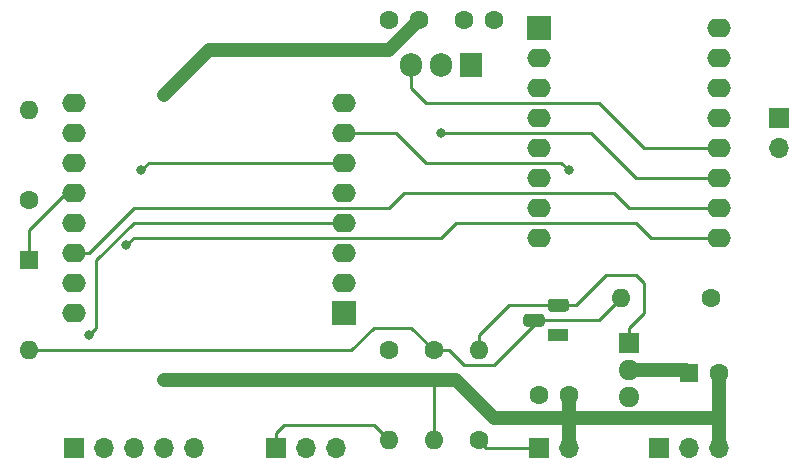
<source format=gbr>
%TF.GenerationSoftware,KiCad,Pcbnew,(5.1.6-0-10_14)*%
%TF.CreationDate,2020-07-19T18:00:59+02:00*%
%TF.ProjectId,UselessV3,5573656c-6573-4735-9633-2e6b69636164,rev?*%
%TF.SameCoordinates,Original*%
%TF.FileFunction,Copper,L2,Bot*%
%TF.FilePolarity,Positive*%
%FSLAX46Y46*%
G04 Gerber Fmt 4.6, Leading zero omitted, Abs format (unit mm)*
G04 Created by KiCad (PCBNEW (5.1.6-0-10_14)) date 2020-07-19 18:00:59*
%MOMM*%
%LPD*%
G01*
G04 APERTURE LIST*
%TA.AperFunction,ComponentPad*%
%ADD10O,2.000000X1.600000*%
%TD*%
%TA.AperFunction,ComponentPad*%
%ADD11R,2.000000X2.000000*%
%TD*%
%TA.AperFunction,ComponentPad*%
%ADD12C,1.600000*%
%TD*%
%TA.AperFunction,ComponentPad*%
%ADD13O,1.600000X1.600000*%
%TD*%
%TA.AperFunction,ComponentPad*%
%ADD14O,1.700000X1.700000*%
%TD*%
%TA.AperFunction,ComponentPad*%
%ADD15R,1.700000X1.700000*%
%TD*%
%TA.AperFunction,ComponentPad*%
%ADD16O,1.905000X2.000000*%
%TD*%
%TA.AperFunction,ComponentPad*%
%ADD17R,1.905000X2.000000*%
%TD*%
%TA.AperFunction,ComponentPad*%
%ADD18R,1.800000X1.100000*%
%TD*%
%TA.AperFunction,ComponentPad*%
%ADD19O,1.800000X1.717500*%
%TD*%
%TA.AperFunction,ComponentPad*%
%ADD20R,1.800000X1.717500*%
%TD*%
%TA.AperFunction,ComponentPad*%
%ADD21R,1.600000X1.600000*%
%TD*%
%TA.AperFunction,ViaPad*%
%ADD22C,1.200000*%
%TD*%
%TA.AperFunction,ViaPad*%
%ADD23C,0.800000*%
%TD*%
%TA.AperFunction,Conductor*%
%ADD24C,1.200000*%
%TD*%
%TA.AperFunction,Conductor*%
%ADD25C,0.250000*%
%TD*%
G04 APERTURE END LIST*
D10*
%TO.P,U2,16*%
%TO.N,Net-(U2-Pad16)*%
X123060000Y-97985000D03*
%TO.P,U2,15*%
%TO.N,Net-(U2-Pad15)*%
X123060000Y-95445000D03*
%TO.P,U2,14*%
%TO.N,Net-(U2-Pad14)*%
X123060000Y-92905000D03*
%TO.P,U2,13*%
%TO.N,Net-(J4-Pad2)*%
X123060000Y-90365000D03*
%TO.P,U2,12*%
%TO.N,N_POWER_OFF*%
X123060000Y-87825000D03*
%TO.P,U2,11*%
%TO.N,Net-(U2-Pad11)*%
X123060000Y-85285000D03*
%TO.P,U2,10*%
%TO.N,GND*%
X123060000Y-82745000D03*
%TO.P,U2,9*%
%TO.N,+5V*%
X123060000Y-80205000D03*
%TO.P,U2,8*%
%TO.N,+3V3*%
X145920000Y-80205000D03*
%TO.P,U2,7*%
%TO.N,Net-(J3-Pad1)*%
X145920000Y-82745000D03*
%TO.P,U2,6*%
%TO.N,Net-(J4-Pad3)*%
X145920000Y-85285000D03*
%TO.P,U2,5*%
%TO.N,Net-(U2-Pad5)*%
X145920000Y-87825000D03*
%TO.P,U2,4*%
%TO.N,Net-(J4-Pad1)*%
X145920000Y-90365000D03*
%TO.P,U2,3*%
%TO.N,Net-(J2-Pad1)*%
X145920000Y-92905000D03*
D11*
%TO.P,U2,1*%
%TO.N,Net-(U2-Pad1)*%
X145920000Y-97985000D03*
D10*
%TO.P,U2,2*%
%TO.N,Net-(U2-Pad2)*%
X145920000Y-95445000D03*
%TD*%
D12*
%TO.P,C3,2*%
%TO.N,GND*%
X152270000Y-73220000D03*
%TO.P,C3,1*%
%TO.N,+5V*%
X149770000Y-73220000D03*
%TD*%
%TO.P,C2,2*%
%TO.N,GND*%
X156120000Y-73220000D03*
%TO.P,C2,1*%
%TO.N,+6V*%
X158620000Y-73220000D03*
%TD*%
%TO.P,C1,2*%
%TO.N,GND*%
X164970000Y-104970000D03*
%TO.P,C1,1*%
%TO.N,Net-(C1-Pad1)*%
X162470000Y-104970000D03*
%TD*%
D13*
%TO.P,R5,2*%
%TO.N,GND*%
X119250000Y-80840000D03*
D12*
%TO.P,R5,1*%
%TO.N,Net-(J4-Pad2)*%
X119250000Y-88460000D03*
%TD*%
D13*
%TO.P,R4,2*%
%TO.N,Net-(J2-Pad1)*%
X149730000Y-108780000D03*
D12*
%TO.P,R4,1*%
%TO.N,+3V3*%
X149730000Y-101160000D03*
%TD*%
D13*
%TO.P,R3,2*%
%TO.N,GND*%
X153540000Y-108780000D03*
D12*
%TO.P,R3,1*%
%TO.N,Net-(D1-Pad2)*%
X153540000Y-101160000D03*
%TD*%
D13*
%TO.P,R2,2*%
%TO.N,Net-(D1-Pad2)*%
X169415000Y-96715000D03*
D12*
%TO.P,R2,1*%
%TO.N,+6V*%
X177035000Y-96715000D03*
%TD*%
D13*
%TO.P,R1,2*%
%TO.N,N_POWER_ON*%
X157350000Y-101160000D03*
D12*
%TO.P,R1,1*%
%TO.N,Net-(C1-Pad1)*%
X157350000Y-108780000D03*
%TD*%
D14*
%TO.P,J5,2*%
%TO.N,Net-(J5-Pad2)*%
X182750000Y-84015000D03*
D15*
%TO.P,J5,1*%
%TO.N,Net-(J5-Pad1)*%
X182750000Y-81475000D03*
%TD*%
D14*
%TO.P,J2,3*%
%TO.N,N_POWER_ON*%
X145285000Y-109415000D03*
%TO.P,J2,2*%
%TO.N,GND*%
X142745000Y-109415000D03*
D15*
%TO.P,J2,1*%
%TO.N,Net-(J2-Pad1)*%
X140205000Y-109415000D03*
%TD*%
D14*
%TO.P,J1,2*%
%TO.N,GND*%
X164970000Y-109415000D03*
D15*
%TO.P,J1,1*%
%TO.N,Net-(C1-Pad1)*%
X162430000Y-109415000D03*
%TD*%
D10*
%TO.P,U3,16*%
%TO.N,Net-(J5-Pad1)*%
X177670000Y-73855000D03*
%TO.P,U3,15*%
%TO.N,Net-(J5-Pad2)*%
X177670000Y-76395000D03*
%TO.P,U3,14*%
%TO.N,Net-(U3-Pad14)*%
X177670000Y-78935000D03*
%TO.P,U3,13*%
%TO.N,Net-(U3-Pad13)*%
X177670000Y-81475000D03*
%TO.P,U3,12*%
%TO.N,+5V*%
X177670000Y-84015000D03*
%TO.P,U3,11*%
%TO.N,GND*%
X177670000Y-86555000D03*
%TO.P,U3,10*%
%TO.N,Net-(U2-Pad14)*%
X177670000Y-89095000D03*
%TO.P,U3,9*%
%TO.N,Net-(U2-Pad11)*%
X177670000Y-91635000D03*
%TO.P,U3,8*%
%TO.N,Net-(U3-Pad8)*%
X162430000Y-91635000D03*
%TO.P,U3,7*%
%TO.N,Net-(U3-Pad7)*%
X162430000Y-89095000D03*
%TO.P,U3,6*%
%TO.N,Net-(U3-Pad6)*%
X162430000Y-86555000D03*
%TO.P,U3,5*%
%TO.N,Net-(U3-Pad5)*%
X162430000Y-84015000D03*
%TO.P,U3,4*%
%TO.N,Net-(U3-Pad4)*%
X162430000Y-81475000D03*
%TO.P,U3,3*%
%TO.N,Net-(U3-Pad3)*%
X162430000Y-78935000D03*
D11*
%TO.P,U3,1*%
%TO.N,Net-(U3-Pad1)*%
X162430000Y-73855000D03*
D10*
%TO.P,U3,2*%
%TO.N,Net-(U3-Pad2)*%
X162430000Y-76395000D03*
%TD*%
D16*
%TO.P,U1,3*%
%TO.N,+5V*%
X151635000Y-77030000D03*
%TO.P,U1,2*%
%TO.N,GND*%
X154175000Y-77030000D03*
D17*
%TO.P,U1,1*%
%TO.N,+6V*%
X156715000Y-77030000D03*
%TD*%
D18*
%TO.P,Q2,1*%
%TO.N,GND*%
X164100000Y-99890000D03*
%TO.P,Q2,3*%
%TO.N,N_POWER_ON*%
%TA.AperFunction,ComponentPad*%
G36*
G01*
X164725000Y-97900000D02*
X163475000Y-97900000D01*
G75*
G02*
X163200000Y-97625000I0J275000D01*
G01*
X163200000Y-97075000D01*
G75*
G02*
X163475000Y-96800000I275000J0D01*
G01*
X164725000Y-96800000D01*
G75*
G02*
X165000000Y-97075000I0J-275000D01*
G01*
X165000000Y-97625000D01*
G75*
G02*
X164725000Y-97900000I-275000J0D01*
G01*
G37*
%TD.AperFunction*%
%TO.P,Q2,2*%
%TO.N,Net-(D1-Pad2)*%
%TA.AperFunction,ComponentPad*%
G36*
G01*
X162655000Y-99170000D02*
X161405000Y-99170000D01*
G75*
G02*
X161130000Y-98895000I0J275000D01*
G01*
X161130000Y-98345000D01*
G75*
G02*
X161405000Y-98070000I275000J0D01*
G01*
X162655000Y-98070000D01*
G75*
G02*
X162930000Y-98345000I0J-275000D01*
G01*
X162930000Y-98895000D01*
G75*
G02*
X162655000Y-99170000I-275000J0D01*
G01*
G37*
%TD.AperFunction*%
%TD*%
D19*
%TO.P,Q1,3*%
%TO.N,Net-(C1-Pad1)*%
X170050000Y-105105000D03*
%TO.P,Q1,2*%
%TO.N,+6V*%
X170050000Y-102815000D03*
D20*
%TO.P,Q1,1*%
%TO.N,N_POWER_ON*%
X170050000Y-100525000D03*
%TD*%
D14*
%TO.P,J4,5*%
%TO.N,+5V*%
X133220000Y-109415000D03*
%TO.P,J4,4*%
%TO.N,GND*%
X130680000Y-109415000D03*
%TO.P,J4,3*%
%TO.N,Net-(J4-Pad3)*%
X128140000Y-109415000D03*
%TO.P,J4,2*%
%TO.N,Net-(J4-Pad2)*%
X125600000Y-109415000D03*
D15*
%TO.P,J4,1*%
%TO.N,Net-(J4-Pad1)*%
X123060000Y-109415000D03*
%TD*%
D14*
%TO.P,J3,3*%
%TO.N,GND*%
X177670000Y-109415000D03*
%TO.P,J3,2*%
%TO.N,+6V*%
X175130000Y-109415000D03*
D15*
%TO.P,J3,1*%
%TO.N,Net-(J3-Pad1)*%
X172590000Y-109415000D03*
%TD*%
D13*
%TO.P,D1,2*%
%TO.N,Net-(D1-Pad2)*%
X119250000Y-101160000D03*
D21*
%TO.P,D1,1*%
%TO.N,N_POWER_OFF*%
X119250000Y-93540000D03*
%TD*%
D12*
%TO.P,C4,2*%
%TO.N,GND*%
X177670000Y-103065000D03*
D21*
%TO.P,C4,1*%
%TO.N,+6V*%
X175170000Y-103065000D03*
%TD*%
D22*
%TO.N,GND*%
X130680000Y-79570000D03*
X155445000Y-103700000D03*
D23*
X154175000Y-82745000D03*
D22*
X130680000Y-103700000D03*
D23*
X142745000Y-103700000D03*
%TO.N,Net-(J3-Pad1)*%
X164970000Y-85920000D03*
%TO.N,Net-(J4-Pad3)*%
X128775000Y-85920000D03*
%TO.N,Net-(J4-Pad1)*%
X124330000Y-99890000D03*
%TO.N,Net-(U2-Pad11)*%
X127505000Y-92270000D03*
%TD*%
D24*
%TO.N,GND*%
X177670000Y-106875000D02*
X177670000Y-109415000D01*
X164970000Y-109415000D02*
X164970000Y-106875000D01*
X177670000Y-106875000D02*
X164970000Y-106875000D01*
X164970000Y-106875000D02*
X164970000Y-104970000D01*
X164970000Y-106875000D02*
X159255000Y-106875000D01*
D25*
X153540000Y-108780000D02*
X153540000Y-103700000D01*
D24*
X153540000Y-103700000D02*
X155445000Y-103700000D01*
X151635000Y-103700000D02*
X153540000Y-103700000D01*
X158620000Y-106875000D02*
X159255000Y-106875000D01*
X155445000Y-103700000D02*
X158620000Y-106875000D01*
D25*
X177670000Y-86555000D02*
X170685000Y-86555000D01*
X170685000Y-86555000D02*
X166875000Y-82745000D01*
X166875000Y-82745000D02*
X154175000Y-82745000D01*
D24*
X177670000Y-106875000D02*
X177670000Y-103065000D01*
X131950000Y-103700000D02*
X130680000Y-103700000D01*
X149730000Y-75760000D02*
X152270000Y-73220000D01*
X134490000Y-75760000D02*
X149730000Y-75760000D01*
X130680000Y-79570000D02*
X134490000Y-75760000D01*
X142745000Y-103700000D02*
X151635000Y-103700000D01*
X131950000Y-103700000D02*
X142745000Y-103700000D01*
D25*
%TO.N,Net-(C1-Pad1)*%
X157985000Y-109415000D02*
X157350000Y-108780000D01*
X162430000Y-109415000D02*
X157985000Y-109415000D01*
D24*
%TO.N,+6V*%
X174920000Y-102815000D02*
X175170000Y-103065000D01*
X170050000Y-102815000D02*
X174920000Y-102815000D01*
D25*
%TO.N,+5V*%
X177670000Y-84015000D02*
X171320000Y-84015000D01*
X171320000Y-84015000D02*
X167510000Y-80205000D01*
X167510000Y-80205000D02*
X152905000Y-80205000D01*
X151635000Y-78935000D02*
X151635000Y-77030000D01*
X152905000Y-80205000D02*
X151635000Y-78935000D01*
%TO.N,Net-(D1-Pad2)*%
X167510000Y-98620000D02*
X169415000Y-96715000D01*
X162430000Y-98620000D02*
X167510000Y-98620000D01*
X156080000Y-102430000D02*
X154810000Y-101160000D01*
X154810000Y-101160000D02*
X153540000Y-101160000D01*
X158620000Y-102430000D02*
X156080000Y-102430000D01*
X162430000Y-98620000D02*
X158620000Y-102430000D01*
X119250000Y-101160000D02*
X146555000Y-101160000D01*
X146555000Y-101160000D02*
X148460000Y-99255000D01*
X151635000Y-99255000D02*
X153540000Y-101160000D01*
X148460000Y-99255000D02*
X151635000Y-99255000D01*
%TO.N,N_POWER_OFF*%
X119250000Y-93540000D02*
X119250000Y-91000000D01*
X122425000Y-87825000D02*
X123060000Y-87825000D01*
X119250000Y-91000000D02*
X122425000Y-87825000D01*
%TO.N,N_POWER_ON*%
X157350000Y-101160000D02*
X157350000Y-99890000D01*
X159890000Y-97350000D02*
X163700000Y-97350000D01*
X157350000Y-99890000D02*
X159890000Y-97350000D01*
X170050000Y-99255000D02*
X170050000Y-100525000D01*
X171320000Y-97985000D02*
X170050000Y-99255000D01*
X171320000Y-95445000D02*
X171320000Y-97985000D01*
X170685000Y-94810000D02*
X171320000Y-95445000D01*
X165605000Y-97350000D02*
X168145000Y-94810000D01*
X168145000Y-94810000D02*
X170685000Y-94810000D01*
X163700000Y-97350000D02*
X165605000Y-97350000D01*
%TO.N,Net-(J2-Pad1)*%
X148460000Y-107510000D02*
X149730000Y-108780000D01*
X140840000Y-107510000D02*
X148460000Y-107510000D01*
X140205000Y-108145000D02*
X140840000Y-107510000D01*
X140205000Y-109415000D02*
X140205000Y-108145000D01*
%TO.N,Net-(J3-Pad1)*%
X164970000Y-85920000D02*
X164335000Y-85285000D01*
X164335000Y-85285000D02*
X152905000Y-85285000D01*
X150365000Y-82745000D02*
X145920000Y-82745000D01*
X152905000Y-85285000D02*
X150365000Y-82745000D01*
%TO.N,Net-(J4-Pad3)*%
X145920000Y-85285000D02*
X130680000Y-85285000D01*
X129410000Y-85285000D02*
X130680000Y-85285000D01*
X128775000Y-85920000D02*
X129410000Y-85285000D01*
%TO.N,Net-(J4-Pad1)*%
X145920000Y-90365000D02*
X128140000Y-90365000D01*
X128140000Y-90365000D02*
X124965000Y-93540000D01*
X124965000Y-99255000D02*
X124330000Y-99890000D01*
X124965000Y-93540000D02*
X124965000Y-99255000D01*
%TO.N,Net-(U2-Pad14)*%
X123060000Y-93540000D02*
X123260000Y-93540000D01*
X124330000Y-92905000D02*
X123060000Y-92905000D01*
X128140000Y-89095000D02*
X124330000Y-92905000D01*
X149730000Y-89095000D02*
X128140000Y-89095000D01*
X151000000Y-87825000D02*
X149730000Y-89095000D01*
X177670000Y-89095000D02*
X170050000Y-89095000D01*
X168780000Y-87825000D02*
X151000000Y-87825000D01*
X170050000Y-89095000D02*
X168780000Y-87825000D01*
%TO.N,Net-(U2-Pad11)*%
X128140000Y-91635000D02*
X127505000Y-92270000D01*
X171955000Y-91635000D02*
X170685000Y-90365000D01*
X154175000Y-91635000D02*
X128140000Y-91635000D01*
X177670000Y-91635000D02*
X171955000Y-91635000D01*
X155445000Y-90365000D02*
X154175000Y-91635000D01*
X170685000Y-90365000D02*
X155445000Y-90365000D01*
%TD*%
M02*

</source>
